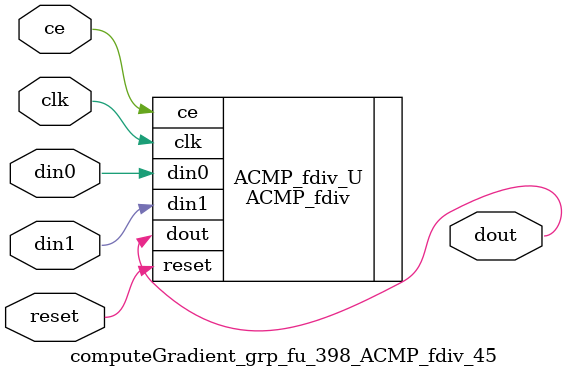
<source format=v>

`timescale 1 ns / 1 ps
module computeGradient_grp_fu_398_ACMP_fdiv_45(
    clk,
    reset,
    ce,
    din0,
    din1,
    dout);

parameter ID = 32'd1;
parameter NUM_STAGE = 32'd1;
parameter din0_WIDTH = 32'd1;
parameter din1_WIDTH = 32'd1;
parameter dout_WIDTH = 32'd1;
input clk;
input reset;
input ce;
input[din0_WIDTH - 1:0] din0;
input[din1_WIDTH - 1:0] din1;
output[dout_WIDTH - 1:0] dout;



ACMP_fdiv #(
.ID( ID ),
.NUM_STAGE( 10 ),
.din0_WIDTH( din0_WIDTH ),
.din1_WIDTH( din1_WIDTH ),
.dout_WIDTH( dout_WIDTH ))
ACMP_fdiv_U(
    .clk( clk ),
    .reset( reset ),
    .ce( ce ),
    .din0( din0 ),
    .din1( din1 ),
    .dout( dout ));

endmodule

</source>
